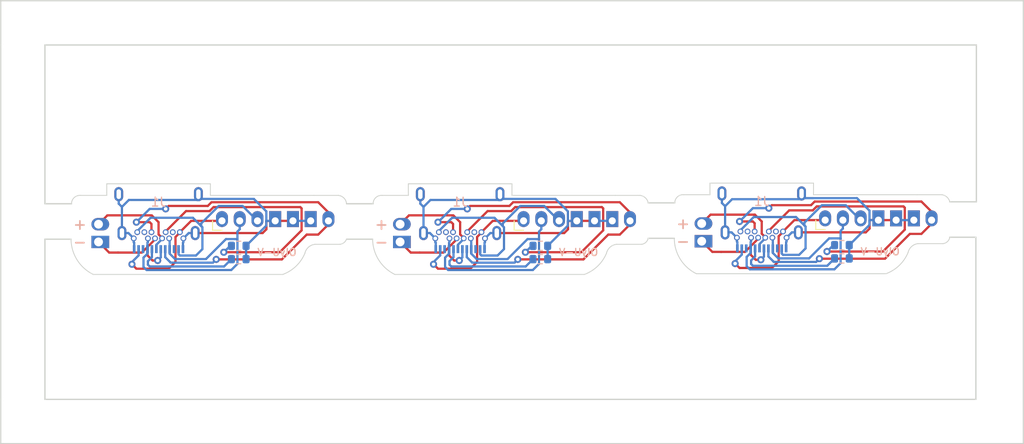
<source format=kicad_pcb>
(kicad_pcb (version 20211014) (generator pcbnew)
  (layers (0 "F.Cu" signal) (31 "B.Cu" signal) (34 "B.Paste" user) (35 "F.Paste" user) (36 "B.SilkS" user "B.Silkscreen") (37 "F.SilkS" user "F.Silkscreen") (38 "B.Mask" user) (39 "F.Mask" user) (44 "Edge.Cuts" user))
  (net 0 "")
  (net 1 "GND")
  (net 2 "3V3")
  (net 3 "VBUS")
  (net 4 "Net-(J1-PadA5)")
  (net 5 "D+")
  (net 6 "D-")
  (net 7 "D3V")
  (net 8 "Net-(J1-PadB5)")
  (net 9 "Net-(J1-PadB3)")
  (net 10 "Net-(J1-PadB10)")
  (net 11 "Net-(J1-PadA3)")
  (net 12 "Net-(J1-PadA10)")
  (net 13 "PhobVision")
  (footprint "Connector_PinHeader_2.00mm:PinHeader_1x07_P2.00mm_Vertical" (layer "F.Cu") (at 7.15 3.35 90)
    (fp_text reference "J2" hide)
    (fp_text value "Conn_01x07")
  )
  (footprint "NPTH" (layer "F.Cu") (at 24.2 3.4)
    (fp_text reference "REF**" hide)
    (fp_text value "NPTH" hide)
  )
  (footprint "NPTH" (layer "F.Cu") (at 55.2 4.3)
    (fp_text reference "REF**" hide)
    (fp_text value "NPTH" hide)
  )
  (footprint "NPTH" (layer "F.Cu") (at 89.2 3.18)
    (fp_text reference "REF**" hide)
    (fp_text value "NPTH" hide)
  )
  (footprint "NPTH" (layer "F.Cu") (at 95.8 23.5 -90)
    (fp_text reference "REF**" hide)
    (fp_text value "NPTH" hide)
  )
  (footprint "NPTH" (layer "F.Cu") (at -9.8 3.4)
    (fp_text reference "REF**" hide)
    (fp_text value "NPTH" hide)
  )
  (footprint "NPTH" (layer "F.Cu") (at -14.3 23.5 90)
    (fp_text reference "REF**" hide)
    (fp_text value "NPTH" hide)
  )
  (footprint "NPTH" (layer "F.Cu") (at -15.3 -16.5 90)
    (fp_text reference "REF**" hide)
    (fp_text value "NPTH" hide)
  )
  (footprint "NPTH" (layer "F.Cu") (at -15.3 23.5 90)
    (fp_text reference "REF**" hide)
    (fp_text value "NPTH" hide)
  )
  (footprint "NPTH" (layer "F.Cu") (at 93.8 -16.5 -90)
    (fp_text reference "REF**" hide)
    (fp_text value "NPTH" hide)
  )
  (footprint "NPTH" (layer "F.Cu") (at 96.8 -16.5 -90)
    (fp_text reference "REF**" hide)
    (fp_text value "NPTH" hide)
  )
  (footprint "NPTH" (layer "F.Cu") (at -13.3 23.5 90)
    (fp_text reference "REF**" hide)
    (fp_text value "NPTH" hide)
  )
  (footprint "NPTH" (layer "F.Cu") (at 96.8 23.5 -90)
    (fp_text reference "REF**" hide)
    (fp_text value "NPTH" hide)
  )
  (footprint "NPTH" (layer "F.Cu") (at 89.2 2.18)
    (fp_text reference "REF**" hide)
    (fp_text value "NPTH" hide)
  )
  (footprint "NPTH" (layer "F.Cu") (at 21.190122 2.4)
    (fp_text reference "REF**" hide)
    (fp_text value "NPTH" hide)
  )
  (footprint "NPTH" (layer "F.Cu") (at -9.8 2.4)
    (fp_text reference "REF**" hide)
    (fp_text value "NPTH" hide)
  )
  (footprint "NPTH" (layer "F.Cu") (at 55.2 2.3)
    (fp_text reference "REF**" hide)
    (fp_text value "NPTH" hide)
  )
  (footprint "NPTH" (layer "F.Cu") (at -12.809878 4.4)
    (fp_text reference "REF**" hide)
    (fp_text value "NPTH" hide)
  )
  (footprint "NPTH" (layer "F.Cu") (at -17.3 -16.5 90)
    (fp_text reference "REF**" hide)
    (fp_text value "NPTH" hide)
  )
  (footprint "NPTH" (layer "F.Cu") (at 58.209878 3.3)
    (fp_text reference "REF**" hide)
    (fp_text value "NPTH" hide)
  )
  (footprint "Connector_PinHeader_2.00mm:PinHeader_1x07_P2.00mm_Vertical" (layer "F.Cu") (at 75.15 3.27 90)
    (fp_text reference "J2" hide)
    (fp_text value "Conn_01x07")
  )
  (footprint "NPTH" (layer "F.Cu") (at -16.3 -16.5 90)
    (fp_text reference "REF**" hide)
    (fp_text value "NPTH" hide)
  )
  (footprint "NPTH" (layer "F.Cu") (at 89.2 4.18)
    (fp_text reference "REF**" hide)
    (fp_text value "NPTH" hide)
  )
  (footprint "NPTH" (layer "F.Cu") (at -9.8 4.4)
    (fp_text reference "REF**" hide)
    (fp_text value "NPTH" hide)
  )
  (footprint "NPTH" (layer "F.Cu") (at -16.3 23.5 90)
    (fp_text reference "REF**" hide)
    (fp_text value "NPTH" hide)
  )
  (footprint "NPTH" (layer "F.Cu") (at 94.8 23.5 -90)
    (fp_text reference "REF**" hide)
    (fp_text value "NPTH" hide)
  )
  (footprint "NPTH" (layer "F.Cu") (at 58.209878 4.3)
    (fp_text reference "REF**" hide)
    (fp_text value "NPTH" hide)
  )
  (footprint "NPTH" (layer "F.Cu") (at 92.209878 3.18)
    (fp_text reference "REF**" hide)
    (fp_text value "NPTH" hide)
  )
  (footprint "NPTH" (layer "F.Cu") (at -14.3 -16.5 90)
    (fp_text reference "REF**" hide)
    (fp_text value "NPTH" hide)
  )
  (footprint "NPTH" (layer "F.Cu") (at 55.2 3.3)
    (fp_text reference "REF**" hide)
    (fp_text value "NPTH" hide)
  )
  (footprint "NPTH" (layer "F.Cu") (at -13.3 -16.5 90)
    (fp_text reference "REF**" hide)
    (fp_text value "NPTH" hide)
  )
  (footprint "NPTH" (layer "F.Cu") (at 92.8 -16.5 -90)
    (fp_text reference "REF**" hide)
    (fp_text value "NPTH" hide)
  )
  (footprint "NPTH" (layer "F.Cu") (at 94.8 -16.5 -90)
    (fp_text reference "REF**" hide)
    (fp_text value "NPTH" hide)
  )
  (footprint "NPTH" (layer "F.Cu") (at 58.209878 2.3)
    (fp_text reference "REF**" hide)
    (fp_text value "NPTH" hide)
  )
  (footprint "NPTH" (layer "F.Cu") (at -12.809878 2.4)
    (fp_text reference "REF**" hide)
    (fp_text value "NPTH" hide)
  )
  (footprint "NPTH" (layer "F.Cu") (at 92.209878 2.18)
    (fp_text reference "REF**" hide)
    (fp_text value "NPTH" hide)
  )
  (footprint "NPTH" (layer "F.Cu") (at 95.8 -16.5 -90)
    (fp_text reference "REF**" hide)
    (fp_text value "NPTH" hide)
  )
  (footprint "NPTH" (layer "F.Cu") (at 24.2 2.4)
    (fp_text reference "REF**" hide)
    (fp_text value "NPTH" hide)
  )
  (footprint "NPTH" (layer "F.Cu") (at 92.8 23.5 -90)
    (fp_text reference "REF**" hide)
    (fp_text value "NPTH" hide)
  )
  (footprint "NPTH" (layer "F.Cu") (at 21.190122 4.4)
    (fp_text reference "REF**" hide)
    (fp_text value "NPTH" hide)
  )
  (footprint "NPTH" (layer "F.Cu") (at 24.2 4.4)
    (fp_text reference "REF**" hide)
    (fp_text value "NPTH" hide)
  )
  (footprint "NPTH" (layer "F.Cu") (at 93.8 23.5 -90)
    (fp_text reference "REF**" hide)
    (fp_text value "NPTH" hide)
  )
  (footprint "NPTH" (layer "F.Cu") (at 92.209878 4.18)
    (fp_text reference "REF**" hide)
    (fp_text value "NPTH" hide)
  )
  (footprint "NPTH" (layer "F.Cu") (at -17.3 23.5 90)
    (fp_text reference "REF**" hide)
    (fp_text value "NPTH" hide)
  )
  (footprint "NPTH" (layer "F.Cu") (at 21.190122 3.4)
    (fp_text reference "REF**" hide)
    (fp_text value "NPTH" hide)
  )
  (footprint "NPTH" (layer "F.Cu") (at -12.809878 3.4)
    (fp_text reference "REF**" hide)
    (fp_text value "NPTH" hide)
  )
  (footprint "Connector_PinHeader_2.00mm:PinHeader_1x07_P2.00mm_Vertical" (layer "F.Cu") (at 41.15 3.35 90)
    (fp_text reference "J2" hide)
    (fp_text value "Conn_01x07")
  )
  (footprint "Model_S:Shou Han Type-C 24P QCHT" (layer "B.Cu") (at 0 -1.5204)
    (fp_text reference "J1")
    (fp_text value "USB_C_Receptacle")
  )
  (footprint "Connector_PinHeader_2.00mm:PinHeader_1x02_P2.00mm_Vertical" (layer "B.Cu") (at -6.77 5.73)
    (fp_text reference "J3" hide)
    (fp_text value "Conn_01x02" hide)
  )
  (footprint "Resistor_SMD:R_0603_1608Metric" (layer "B.Cu") (at 9.04 7.67 180)
    (fp_text reference "R1" hide)
    (fp_text value "5.1k" hide)
  )
  (footprint "Resistor_SMD:R_0603_1608Metric" (layer "B.Cu") (at 9.04 6.17)
    (fp_text reference "R2" hide)
    (fp_text value "5.1k" hide)
  )
  (footprint "Resistor_SMD:R_0603_1608Metric" (layer "B.Cu") (at 43.04 7.67 180)
    (fp_text reference "R1" hide)
    (fp_text value "5.1k" hide)
  )
  (footprint "Connector_PinHeader_2.00mm:PinHeader_1x02_P2.00mm_Vertical" (layer "B.Cu") (at 27.23 5.73)
    (fp_text reference "J3" hide)
    (fp_text value "Conn_01x02" hide)
  )
  (footprint "Resistor_SMD:R_0603_1608Metric" (layer "B.Cu") (at 43.04 6.17)
    (fp_text reference "R2" hide)
    (fp_text value "5.1k" hide)
  )
  (footprint "Resistor_SMD:R_0603_1608Metric" (layer "B.Cu") (at 77.04 6.09)
    (fp_text reference "R2" hide)
    (fp_text value "5.1k" hide)
  )
  (footprint "Resistor_SMD:R_0603_1608Metric" (layer "B.Cu") (at 77.04 7.59 180)
    (fp_text reference "R1" hide)
    (fp_text value "5.1k" hide)
  )
  (footprint "Model_S:Shou Han Type-C 24P QCHT" (layer "B.Cu") (at 68 -1.6004)
    (fp_text reference "J1")
    (fp_text value "USB_C_Receptacle")
  )
  (footprint "Model_S:Shou Han Type-C 24P QCHT" (layer "B.Cu") (at 34 -1.5204)
    (fp_text reference "J1")
    (fp_text value "USB_C_Receptacle")
  )
  (footprint "Connector_PinHeader_2.00mm:PinHeader_1x02_P2.00mm_Vertical" (layer "B.Cu") (at 61.23 5.65)
    (fp_text reference "J3" hide)
    (fp_text value "Conn_01x02" hide)
  )
  (gr_line (start -8.8 0.479642) (end -5.84 0.479642) (layer "Edge.Cuts") (width 0.1))
  (gr_line (start -7.357106 9.4) (end 14 9.4) (layer "Edge.Cuts") (width 0.1))
  (gr_arc (start 16.5 7) (mid 15.501782 8.462273) (end 14 9.4) (layer "Edge.Cuts") (width 0.1))
  (gr_arc (start -7.357106 9.4) (mid -9.178414 7.767165) (end -9.866984 5.42) (layer "Edge.Cuts") (width 0.1))
  (gr_line (start 24.190122 1.42) (end 21.190122 1.42) (layer "Edge.Cuts") (width 0.152))
  (gr_arc (start 26.642894 9.4) (mid 24.821579 7.767169) (end 24.133016 5.42) (layer "Edge.Cuts") (width 0.1))
  (gr_line (start 85.5 0.399642) (end 88.286361 0.399642) (layer "Edge.Cuts") (width 0.1))
  (gr_arc (start 54.286361 0.479642) (mid 54.880148 0.750909) (end 55.2 1.32) (layer "Edge.Cuts") (width 0.1))
  (gr_arc (start 84.5 6.92) (mid 83.501783 8.382274) (end 82 9.32) (layer "Edge.Cuts") (width 0.1))
  (gr_line (start 28.16 -0.830358) (end 39.84 -0.830358) (layer "Edge.Cuts") (width 0.1))
  (gr_line (start 39.84 -0.830358) (end 39.84 0.479642) (layer "Edge.Cuts") (width 0.1))
  (gr_arc (start 60.642894 9.32) (mid 58.819315 7.678487) (end 58.142894 5.32) (layer "Edge.Cuts") (width 0.1))
  (gr_arc (start 24.190122 1.42) (mid 24.487157 0.726547) (end 25.2 0.479642) (layer "Edge.Cuts") (width 0.1))
  (gr_line (start 58.2 1.32) (end 55.2 1.32) (layer "Edge.Cuts") (width 0.152))
  (gr_line (start 58.142894 5.32) (end 55.2 5.32) (layer "Edge.Cuts") (width 0.152))
  (gr_line (start -12.809878 5.42) (end -12.809878 23.5) (layer "Edge.Cuts") (width 0.152))
  (gr_line (start 73.84 -0.910358) (end 73.84 0.399642) (layer "Edge.Cuts") (width 0.1))
  (gr_line (start 51.5 0.479642) (end 54.286361 0.479642) (layer "Edge.Cuts") (width 0.1))
  (gr_arc (start 58.2 1.32) (mid 58.498116 0.640467) (end 59.2 0.399642) (layer "Edge.Cuts") (width 0.1))
  (gr_line (start 59.2 0.399642) (end 62.16 0.399642) (layer "Edge.Cuts") (width 0.1))
  (gr_line (start -12.809878 -16.5) (end 92.2 -16.5) (layer "Edge.Cuts") (width 0.152))
  (gr_arc (start 88.286361 0.399642) (mid 88.868286 0.657008) (end 89.2 1.2) (layer "Edge.Cuts") (width 0.1))
  (gr_line (start 62.16 -0.910358) (end 73.84 -0.910358) (layer "Edge.Cuts") (width 0.1))
  (gr_line (start -17.8 -21.5) (end -17.8 28.5) (layer "Edge.Cuts") (width 0.152))
  (gr_line (start 92.142894 5.2) (end 92.142894 23.5) (layer "Edge.Cuts") (width 0.152))
  (gr_line (start 92.2 1.2) (end 92.2 -16.5) (layer "Edge.Cuts") (width 0.152))
  (gr_line (start 73.84 0.399642) (end 85.5 0.399642) (layer "Edge.Cuts") (width 0.1))
  (gr_line (start -5.84 -0.830358) (end 5.84 -0.830358) (layer "Edge.Cuts") (width 0.1))
  (gr_line (start 28.16 -0.830358) (end 28.16 0.479642) (layer "Edge.Cuts") (width 0.1))
  (gr_line (start 88.429255 5.92) (end 85.642894 5.92) (layer "Edge.Cuts") (width 0.1))
  (gr_line (start 92.142894 5.2) (end 89.2 5.2) (layer "Edge.Cuts") (width 0.152))
  (gr_line (start 5.84 0.479642) (end 17.5 0.479642) (layer "Edge.Cuts") (width 0.1))
  (gr_line (start -5.84 -0.830358) (end -5.84 0.479642) (layer "Edge.Cuts") (width 0.1))
  (gr_arc (start 84.5 6.92) (mid 84.909223 6.234595) (end 85.642894 5.92) (layer "Edge.Cuts") (width 0.1))
  (gr_line (start -17.8 28.5) (end 97.5 28.5) (layer "Edge.Cuts") (width 0.152))
  (gr_line (start 60.642894 9.32) (end 82 9.32) (layer "Edge.Cuts") (width 0.1))
  (gr_arc (start 20.286361 0.479642) (mid 20.907698 0.786959) (end 21.190122 1.42) (layer "Edge.Cuts") (width 0.1))
  (gr_line (start 97.5 28.5) (end 97.5 -21.5) (layer "Edge.Cuts") (width 0.152))
  (gr_line (start 92.2 1.2) (end 89.2 1.2) (layer "Edge.Cuts") (width 0.152))
  (gr_arc (start 50.5 7) (mid 50.909223 6.314595) (end 51.642894 6) (layer "Edge.Cuts") (width 0.1))
  (gr_line (start 20.429255 6) (end 17.642894 6) (layer "Edge.Cuts") (width 0.1))
  (gr_line (start 54.429255 6) (end 51.642894 6) (layer "Edge.Cuts") (width 0.1))
  (gr_line (start -12.809878 1.42) (end -12.809878 -16.5) (layer "Edge.Cuts") (width 0.152))
  (gr_line (start -9.809878 1.42) (end -12.809878 1.42) (layer "Edge.Cuts") (width 0.152))
  (gr_line (start -9.866984 5.42) (end -12.809878 5.42) (layer "Edge.Cuts") (width 0.152))
  (gr_arc (start 50.5 7) (mid 49.501783 8.462274) (end 48 9.4) (layer "Edge.Cuts") (width 0.1))
  (gr_arc (start 21.190122 5.42) (mid 20.892588 5.818751) (end 20.429255 6) (layer "Edge.Cuts") (width 0.1))
  (gr_line (start 26.642894 9.4) (end 48 9.4) (layer "Edge.Cuts") (width 0.1))
  (gr_line (start 97.5 -21.5) (end -17.8 -21.5) (layer "Edge.Cuts") (width 0.152))
  (gr_arc (start 89.2 5.2) (mid 88.937317 5.691337) (end 88.429255 5.92) (layer "Edge.Cuts") (width 0.1))
  (gr_line (start 5.84 -0.830358) (end 5.84 0.479642) (layer "Edge.Cuts") (width 0.1))
  (gr_line (start 17.5 0.479642) (end 20.286361 0.479642) (layer "Edge.Cuts") (width 0.1))
  (gr_arc (start 16.5 7) (mid 16.909223 6.314595) (end 17.642894 6) (layer "Edge.Cuts") (width 0.1))
  (gr_line (start 39.84 0.479642) (end 51.5 0.479642) (layer "Edge.Cuts") (width 0.1))
  (gr_line (start 62.16 -0.910358) (end 62.16 0.399642) (layer "Edge.Cuts") (width 0.1))
  (gr_line (start 24.133016 5.42) (end 21.190122 5.42) (layer "Edge.Cuts") (width 0.152))
  (gr_arc (start 55.2 5.32) (mid 54.925127 5.785245) (end 54.429255 6) (layer "Edge.Cuts") (width 0.1))
  (gr_line (start 25.2 0.479642) (end 28.16 0.479642) (layer "Edge.Cuts") (width 0.1))
  (gr_line (start 92.142894 23.5) (end -12.809878 23.5) (layer "Edge.Cuts") (width 0.152))
  (gr_arc (start -9.809878 1.42) (mid -9.512843 0.726547) (end -8.8 0.479642) (layer "Edge.Cuts") (width 0.1))
  (gr_text "+" (at 59.13 3.65) (layer "B.SilkS") (effects (font (size 1.2 1.2) (thickness 0.2))))
  (gr_text "-" (at 59.13 5.65) (layer "B.SilkS") (effects (font (size 1.2 1.2) (thickness 0.2))))
  (gr_text "OlyU-V" (at 13.35 6.9) (layer "B.SilkS") (effects (font (size 0.8 0.8)) (justify mirror)))
  (gr_text "OlyU-V" (at 81.35 6.82) (layer "B.SilkS") (effects (font (size 0.8 0.8)) (justify mirror)))
  (gr_text "+" (at -8.87 3.73) (layer "B.SilkS") (effects (font (size 1.2 1.2) (thickness 0.2))))
  (gr_text "-" (at 25.13 5.73) (layer "B.SilkS") (effects (font (size 1.2 1.2) (thickness 0.2))))
  (gr_text "OlyU-V" (at 47.35 6.9) (layer "B.SilkS") (effects (font (size 0.8 0.8)) (justify mirror)))
  (gr_text "-" (at -8.87 5.73) (layer "B.SilkS") (effects (font (size 1.2 1.2) (thickness 0.2))))
  (gr_text "+" (at 25.13 3.73) (layer "B.SilkS") (effects (font (size 1.2 1.2) (thickness 0.2))))
  (segment (start 72.13 4.6496) (end 79.7304 4.6496) (width 0.25) (layer "F.Cu") (net 1))
  (segment (start 11.7304 4.7296) (end 12.16 4.3) (width 0.25) (layer "F.Cu") (net 1))
  (segment (start 45.7304 4.7296) (end 46.16 4.3) (width 0.25) (layer "F.Cu") (net 1))
  (segment (start 46.16 4.3) (end 46.16 3.43) (width 0.25) (layer "F.Cu") (net 1))
  (segment (start 46.24 3.35) (end 47.15 3.35) (width 0.25) (layer "F.Cu") (net 1))
  (segment (start 80.24 3.27) (end 81.15 3.27) (width 0.25) (layer "F.Cu") (net 1))
  (segment (start 12.24 3.35) (end 13.15 3.35) (width 0.25) (layer "F.Cu") (net 1))
  (segment (start 4.13 4.7296) (end 11.7304 4.7296) (width 0.25) (layer "F.Cu") (net 1))
  (segment (start 46.16 3.43) (end 46.24 3.35) (width 0.25) (layer "F.Cu") (net 1))
  (segment (start 49.15 3.35) (end 47.15 3.35) (width 0.25) (layer "F.Cu") (net 1))
  (segment (start 15.15 3.35) (end 13.15 3.35) (width 0.25) (layer "F.Cu") (net 1))
  (segment (start 83.15 3.27) (end 81.15 3.27) (width 0.25) (layer "F.Cu") (net 1))
  (segment (start 38.13 4.7296) (end 45.7304 4.7296) (width 0.25) (layer "F.Cu") (net 1))
  (segment (start 80.16 3.35) (end 80.24 3.27) (width 0.25) (layer "F.Cu") (net 1))
  (segment (start 12.16 3.43) (end 12.24 3.35) (width 0.25) (layer "F.Cu") (net 1))
  (segment (start 80.16 4.22) (end 80.16 3.35) (width 0.25) (layer "F.Cu") (net 1))
  (segment (start 12.16 4.3) (end 12.16 3.43) (width 0.25) (layer "F.Cu") (net 1))
  (segment (start 79.7304 4.6496) (end 80.16 4.22) (width 0.25) (layer "F.Cu") (net 1))
  (segment (start 4.49 0.9898) (end 4.6098 0.87) (width 0.25) (layer "B.Cu") (net 1))
  (segment (start 2.75 6.5396) (end 2.75 5.8143) (width 0.25) (layer "B.Cu") (net 1))
  (segment (start 43.865 6.17) (end 43.865 7.67) (width 0.25) (layer "B.Cu") (net 1))
  (segment (start 77.865 6.09) (end 77.865 7.59) (width 0.25) (layer "B.Cu") (net 1))
  (segment (start 80.14 3.3297) (end 80.1997 3.27) (width 0.25) (layer "B.Cu") (net 1))
  (segment (start 17.15 3.35) (end 15.15 3.35) (width 0.25) (layer "B.Cu") (net 1))
  (segment (start 63.51 1.3349) (end 63.87 1.6949) (width 0.25) (layer "B.Cu") (net 1))
  (segment (start 10.74 0.87) (end 12.15 2.28) (width 0.25) (layer "B.Cu") (net 1))
  (segment (start 37.4 4.7296) (end 36.8 5.3296) (width 0.25) (layer "B.Cu") (net 1))
  (segment (start 65.25 6.4596) (end 65.25 5.7343) (width 0.25) (layer "B.Cu") (net 1))
  (segment (start 70.8 5.2496) (end 70.8 5.6843) (width 0.25) (layer "B.Cu") (net 1))
  (segment (start 43.865 6.17) (end 46.14 3.895) (width 0.25) (layer "B.Cu") (net 1))
  (segment (start 30.6551 0.9898) (end 29.87 1.7749) (width 0.25) (layer "B.Cu") (net 1))
  (segment (start 31.25 6.5396) (end 31.25 5.8143) (width 0.25) (layer "B.Cu") (net 1))
  (segment (start 4.49 0.9898) (end -3.3449 0.9898) (width 0.25) (layer "B.Cu") (net 1))
  (segment (start -4.49 1.4149) (end -4.13 1.7749) (width 0.25) (layer "B.Cu") (net 1))
  (segment (start 47.15 3.35) (end 46.1997 3.35) (width 0.25) (layer "B.Cu") (net 1))
  (segment (start 12.15 3.3003) (end 12.1997 3.35) (width 0.25) (layer "B.Cu") (net 1))
  (segment (start -2.75 6.5396) (end -2.75 5.8143) (width 0.25) (layer "B.Cu") (net 1))
  (segment (start 64.6 4.6496) (end 65.2 5.2496) (width 0.25) (layer "B.Cu") (net 1))
  (segment (start 12.15 2.28) (end 12.15 3.3003) (width 0.25) (layer "B.Cu") (net 1))
  (segment (start 13.15 3.35) (end 12.1997 3.35) (width 0.25) (layer "B.Cu") (net 1))
  (segment (start 77.865 6.09) (end 80.14 3.815) (width 0.25) (layer "B.Cu") (net 1))
  (segment (start 80.15 3.2203) (end 80.1997 3.27) (width 0.25) (layer "B.Cu") (net 1))
  (segment (start 38.6098 0.87) (end 44.74 0.87) (width 0.25) (layer "B.Cu") (net 1))
  (segment (start 38.13 4.7296) (end 37.4 4.7296) (width 0.25) (layer "B.Cu") (net 1))
  (segment (start 2.8 5.3296) (end 2.8 5.7643) (width 0.25) (layer "B.Cu") (net 1))
  (segment (start 71.4 4.6496) (end 70.8 5.2496) (width 0.25) (layer "B.Cu") (net 1))
  (segment (start 29.87 4.7296) (end 30.6 4.7296) (width 0.25) (layer "B.Cu") (net 1))
  (segment (start -2.8 5.7643) (end -2.8 5.3296) (width 0.25) (layer "B.Cu") (net 1))
  (segment (start 36.8 5.7643) (end 36.75 5.8143) (width 0.25) (layer "B.Cu") (net 1))
  (segment (start 31.25 5.8143) (end 31.2 5.7643) (width 0.25) (layer "B.Cu") (net 1))
  (segment (start -3.4 4.7296) (end -2.8 5.3296) (width 0.25) (layer "B.Cu") (net 1))
  (segment (start 46.15 3.3003) (end 46.1997 3.35) (width 0.25) (layer "B.Cu") (net 1))
  (segment (start 12.14 3.895) (end 12.14 3.4097) (width 0.25) (layer "B.Cu") (net 1))
  (segment (start 4.49 0.3396) (end 4.49 0.9898) (width 0.25) (layer "B.Cu") (net 1))
  (segment (start 3.4 4.7296) (end 2.8 5.3296) (width 0.25) (layer "B.Cu") (net 1))
  (segment (start 9.865 6.17) (end 12.14 3.895) (width 0.25) (layer "B.Cu") (net 1))
  (segment (start 80.14 3.815) (end 80.14 3.3297) (width 0.25) (layer "B.Cu") (net 1))
  (segment (start -2.75 5.8143) (end -2.8 5.7643) (width 0.25) (layer "B.Cu") (net 1))
  (segment (start 72.49 0.2596) (end 72.49 0.9098) (width 0.25) (layer "B.Cu") (net 1))
  (segment (start -3.3449 0.9898) (end -4.13 1.7749) (width 0.25) (layer "B.Cu") (net 1))
  (segment (start 29.51 0.3396) (end 29.51 1.4149) (width 0.25) (layer "B.Cu") (net 1))
  (segment (start 4.13 4.7296) (end 3.4 4.7296) (width 0.25) (layer "B.Cu") (net 1))
  (segment (start 85.15 3.27) (end 83.15 3.27) (width 0.25) (layer "B.Cu") (net 1))
  (segment (start 46.14 3.4097) (end 46.1997 3.35) (width 0.25) (layer "B.Cu") (net 1))
  (segment (start 78.74 0.79) (end 80.15 2.2) (width 0.25) (layer "B.Cu") (net 1))
  (segment (start 80.15 2.2) (end 80.15 3.2203) (width 0.25) (layer "B.Cu") (net 1))
  (segment (start 63.87 1.6949) (end 63.87 4.6496) (width 0.25) (layer "B.Cu") (net 1))
  (segment (start 65.25 5.7343) (end 65.2 5.6843) (width 0.25) (layer "B.Cu") (net 1))
  (segment (start 36.8 5.3296) (end 36.8 5.7643) (width 0.25) (layer "B.Cu") (net 1))
  (segment (start 44.74 0.87) (end 46.15 2.28) (width 0.25) (layer "B.Cu") (net 1))
  (segment (start 72.49 0.9098) (end 64.6551 0.9098) (width 0.25) (layer "B.Cu") (net 1))
  (segment (start 4.6098 0.87) (end 10.74 0.87) (width 0.25) (layer "B.Cu") (net 1))
  (segment (start 65.2 5.6843) (end 65.2 5.2496) (width 0.25) (layer "B.Cu") (net 1))
  (segment (start 38.49 0.9898) (end 38.6098 0.87) (width 0.25) (layer "B.Cu") (net 1))
  (segment (start -4.13 4.7296) (end -3.4 4.7296) (width 0.25) (layer "B.Cu") (net 1))
  (segment (start 72.6098 0.79) (end 78.74 0.79) (width 0.25) (layer "B.Cu") (net 1))
  (segment (start 46.14 3.895) (end 46.14 3.4097) (width 0.25) (layer "B.Cu") (net 1))
  (segment (start 70.8 5.6843) (end 70.75 5.7343) (width 0.25) (layer "B.Cu") (net 1))
  (segment (start 81.15 3.27) (end 80.1997 3.27) (width 0.25) (layer "B.Cu") (net 1))
  (segment (start 64.6551 0.9098) (end 63.87 1.6949) (width 0.25) (layer "B.Cu") (net 1))
  (segment (start 36.75 6.5396) (end 36.75 5.8143) (width 0.25) (layer "B.Cu") (net 1))
  (segment (start 29.87 1.7749) (end 29.87 4.7296) (width 0.25) (layer "B.Cu") (net 1))
  (segment (start 9.865 6.17) (end 9.865 7.67) (width 0.25) (layer "B.Cu") (net 1))
  (segment (start 72.13 4.6496) (end 71.4 4.6496) (width 0.25) (layer "B.Cu") (net 1))
  (segment (start -4.49 0.3396) (end -4.49 1.4149) (width 0.25) (layer "B.Cu") (net 1))
  (segment (start 31.2 5.7643) (end 31.2 5.3296) (width 0.25) (layer "B.Cu") (net 1))
  (segment (start 38.49 0.3396) (end 38.49 0.9898) (width 0.25) (layer "B.Cu") (net 1))
  (segment (start 63.87 4.6496) (end 64.6 4.6496) (width 0.25) (layer "B.Cu") (net 1))
  (segment (start 51.15 3.35) (end 49.15 3.35) (width 0.25) (layer "B.Cu") (net 1))
  (segment (start 38.49 0.9898) (end 30.6551 0.9898) (width 0.25) (layer "B.Cu") (net 1))
  (segment (start 12.14 3.4097) (end 12.1997 3.35) (width 0.25) (layer "B.Cu") (net 1))
  (segment (start 70.75 6.4596) (end 70.75 5.7343) (width 0.25) (layer "B.Cu") (net 1))
  (segment (start 46.15 2.28) (end 46.15 3.3003) (width 0.25) (layer "B.Cu") (net 1))
  (segment (start 29.51 1.4149) (end 29.87 1.7749) (width 0.25) (layer "B.Cu") (net 1))
  (segment (start -4.13 1.7749) (end -4.13 4.7296) (width 0.25) (layer "B.Cu") (net 1))
  (segment (start 72.49 0.9098) (end 72.6098 0.79) (width 0.25) (layer "B.Cu") (net 1))
  (segment (start 63.51 0.2596) (end 63.51 1.3349) (width 0.25) (layer "B.Cu") (net 1))
  (segment (start 2.8 5.7643) (end 2.75 5.8143) (width 0.25) (layer "B.Cu") (net 1))
  (segment (start 30.6 4.7296) (end 31.2 5.3296) (width 0.25) (layer "B.Cu") (net 1))
  (segment (start 6.1997 3.35) (end 3.6796 3.35) (width 0.25) (layer "F.Cu") (net 2))
  (segment (start 3.6796 3.35) (end 2.4 4.6296) (width 0.25) (layer "F.Cu") (net 2))
  (segment (start 74.1997 3.27) (end 71.6796 3.27) (width 0.25) (layer "F.Cu") (net 2))
  (segment (start 65 8.17) (end 65.5 8.67) (width 0.25) (layer "F.Cu") (net 2))
  (segment (start -2.5 8.75) (end 1.15 8.75) (width 0.25) (layer "F.Cu") (net 2))
  (segment (start 31.5 8.75) (end 35.15 8.75) (width 0.25) (layer "F.Cu") (net 2))
  (segment (start -3 8.25) (end -2.5 8.75) (width 0.25) (layer "F.Cu") (net 2))
  (segment (start 71.6796 3.27) (end 70.4 4.5496) (width 0.25) (layer "F.Cu") (net 2))
  (segment (start 40.1997 3.35) (end 37.6796 3.35) (width 0.25) (layer "F.Cu") (net 2))
  (segment (start 35.15 8.75) (end 35.908 7.992) (width 0.25) (layer "F.Cu") (net 2))
  (segment (start 1.908 5.1708) (end 2.4 4.6788) (width 0.25) (layer "F.Cu") (net 2))
  (segment (start 31 8.25) (end 31.5 8.75) (width 0.25) (layer "F.Cu") (net 2))
  (segment (start 1.908 7.992) (end 1.908 5.1708) (width 0.25) (layer "F.Cu") (net 2))
  (segment (start 36.4 4.6788) (end 36.4 4.6296) (width 0.25) (layer "F.Cu") (net 2))
  (segment (start 65.5 8.67) (end 69.15 8.67) (width 0.25) (layer "F.Cu") (net 2))
  (segment (start 1.15 8.75) (end 1.908 7.992) (width 0.25) (layer "F.Cu") (net 2))
  (segment (start 69.15 8.67) (end 69.908 7.912) (width 0.25) (layer "F.Cu") (net 2))
  (segment (start 70.4 4.5988) (end 70.4 4.5496) (width 0.25) (layer "F.Cu") (net 2))
  (segment (start 7.15 3.35) (end 6.1997 3.35) (width 0.25) (layer "F.Cu") (net 2))
  (segment (start 41.15 3.35) (end 40.1997 3.35) (width 0.25) (layer "F.Cu") (net 2))
  (segment (start 69.908 7.912) (end 69.908 5.0908) (width 0.25) (layer "F.Cu") (net 2))
  (segment (start 35.908 5.1708) (end 36.4 4.6788) (width 0.25) (layer "F.Cu") (net 2))
  (segment (start 69.908 5.0908) (end 70.4 4.5988) (width 0.25) (layer "F.Cu") (net 2))
  (segment (start 37.6796 3.35) (end 36.4 4.6296) (width 0.25) (layer "F.Cu") (net 2))
  (segment (start 2.4 4.6788) (end 2.4 4.6296) (width 0.25) (layer "F.Cu") (net 2))
  (segment (start 35.908 7.992) (end 35.908 5.1708) (width 0.25) (layer "F.Cu") (net 2))
  (segment (start 75.15 3.27) (end 74.1997 3.27) (width 0.25) (layer "F.Cu") (net 2))
  (via (at -3 8.25) (size 0.8) (drill 0.4) (layers "F.Cu" "B.Cu") (net 2))
  (via (at 31 8.25) (size 0.8) (drill 0.4) (layers "F.Cu" "B.Cu") (net 2))
  (via (at 65 8.17) (size 0.8) (drill 0.4) (layers "F.Cu" "B.Cu") (net 2))
  (segment (start -2.25 7.25) (end -2.25 6.5396) (width 0.25) (layer "B.Cu") (net 2))
  (segment (start 31.75 7.25) (end 31.75 6.5396) (width 0.25) (layer "B.Cu") (net 2))
  (segment (start 65 7.92) (end 65.75 7.17) (width 0.25) (layer "B.Cu") (net 2))
  (segment (start 31 8) (end 31.75 7.25) (width 0.25) (layer "B.Cu") (net 2))
  (segment (start -3 8.25) (end -3 8) (width 0.25) (layer "B.Cu") (net 2))
  (segment (start -3 8) (end -2.25 7.25) (width 0.25) (layer "B.Cu") (net 2))
  (segment (start 31 8.25) (end 31 8) (width 0.25) (layer "B.Cu") (net 2))
  (segment (start 65.75 7.17) (end 65.75 6.4596) (width 0.25) (layer "B.Cu") (net 2))
  (segment (start 65 8.17) (end 65 7.92) (width 0.25) (layer "B.Cu") (net 2))
  (segment (start 69.25 6.4596) (end 69.25 6.97) (width 0.25) (layer "B.Cu") (net 3))
  (segment (start 1.8682 7.6682) (end 5.3391 7.6682) (width 0.25) (layer "B.Cu") (net 3))
  (segment (start 73.3391 7.5882) (end 75.5961 5.3312) (width 0.25) (layer "B.Cu") (net 3))
  (segment (start 32.3 7.5) (end 32.3 8.55) (width 0.25) (layer "B.Cu") (net 3))
  (segment (start 66.3 7.42) (end 66.3 8.47) (width 0.25) (layer "B.Cu") (net 3))
  (segment (start 69.25 5.2996) (end 69.25 6.4596) (width 0.25) (layer "B.Cu") (net 3))
  (segment (start 69.8682 7.5882) (end 73.3391 7.5882) (width 0.25) (layer "B.Cu") (net 3))
  (segment (start 75.5961 5.3312) (end 76.8915 5.3312) (width 0.25) (layer "B.Cu") (net 3))
  (segment (start 7.5961 5.4112) (end 8.8915 5.4112) (width 0.25) (layer "B.Cu") (net 3))
  (segment (start 8.8915 8.2043) (end 8.8915 5.4112) (width 0.25) (layer "B.Cu") (net 3))
  (segment (start 9.15 3.35) (end 9.15 4.3003) (width 0.25) (layer "B.Cu") (net 3))
  (segment (start -1.2 5.7643) (end -1.25 5.8143) (width 0.25) (layer "B.Cu") (net 3))
  (segment (start 32.3 8.55) (end 32.65 8.9) (width 0.25) (layer "B.Cu") (net 3))
  (segment (start 32.75 6.1769) (end 32.75 5.8143) (width 0.25) (layer "B.Cu") (net 3))
  (segment (start 8.8915 5.4112) (end 8.8915 4.5588) (width 0.25) (layer "B.Cu") (net 3))
  (segment (start 8.8915 4.5588) (end 9.15 4.3003) (width 0.25) (layer "B.Cu") (net 3))
  (segment (start 1.25 7.05) (end 1.8682 7.6682) (width 0.25) (layer "B.Cu") (net 3))
  (segment (start 32.65 8.9) (end 42.1958 8.9) (width 0.25) (layer "B.Cu") (net 3))
  (segment (start -1.25 7.05) (end -1.7 7.5) (width 0.25) (layer "B.Cu") (net 3))
  (segment (start -1.25 6.1769) (end -1.25 5.8143) (width 0.25) (layer "B.Cu") (net 3))
  (segment (start 76.1958 8.82) (end 76.8915 8.1243) (width 0.25) (layer "B.Cu") (net 3))
  (segment (start 76.8915 4.4788) (end 77.15 4.2203) (width 0.25) (layer "B.Cu") (net 3))
  (segment (start -1.7 7.5) (end -1.7 8.55) (width 0.25) (layer "B.Cu") (net 3))
  (segment (start 32.75 6.5396) (end 32.75 7.05) (width 0.25) (layer "B.Cu") (net 3))
  (segment (start 66.3 8.47) (end 66.65 8.82) (width 0.25) (layer "B.Cu") (net 3))
  (segment (start -1.2 5.3296) (end -1.2 5.7643) (width 0.25) (layer "B.Cu") (net 3))
  (segment (start 69.2 5.2496) (end 69.25 5.2996) (width 0.25) (layer "B.Cu") (net 3))
  (segment (start 77.15 3.27) (end 77.15 4.2203) (width 0.25) (layer "B.Cu") (net 3))
  (segment (start 66.75 6.4596) (end 66.75 6.97) (width 0.25) (layer "B.Cu") (net 3))
  (segment (start 42.1958 8.9) (end 42.8915 8.2043) (width 0.25) (layer "B.Cu") (net 3))
  (segment (start -1.35 8.9) (end 8.1958 8.9) (width 0.25) (layer "B.Cu") (net 3))
  (segment (start 66.75 6.0969) (end 66.75 6.4596) (width 0.25) (layer "B.Cu") (net 3))
  (segment (start 42.8915 5.4112) (end 42.8915 4.5588) (width 0.25) (layer "B.Cu") (net 3))
  (segment (start 76.8915 5.3312) (end 76.8915 4.4788) (width 0.25) (layer "B.Cu") (net 3))
  (segment (start 35.25 7.05) (end 35.8682 7.6682) (width 0.25) (layer "B.Cu") (net 3))
  (segment (start 35.2 5.3296) (end 35.25 5.3796) (width 0.25) (layer "B.Cu") (net 3))
  (segment (start 66.8 5.2496) (end 66.8 5.6843) (width 0.25) (layer "B.Cu") (net 3))
  (segment (start -1.25 6.5396) (end -1.25 7.05) (width 0.25) (layer "B.Cu") (net 3))
  (segment (start 8.1958 8.9) (end 8.8915 8.2043) (width 0.25) (layer "B.Cu") (net 3))
  (segment (start 5.3391 7.6682) (end 7.5961 5.4112) (width 0.25) (layer "B.Cu") (net 3))
  (segment (start 39.3391 7.6682) (end 41.5961 5.4112) (width 0.25) (layer "B.Cu") (net 3))
  (segment (start 69.25 6.97) (end 69.8682 7.5882) (width 0.25) (layer "B.Cu") (net 3))
  (segment (start -1.7 8.55) (end -1.35 8.9) (width 0.25) (layer "B.Cu") (net 3))
  (segment (start 32.8 5.3296) (end 32.8 5.7643) (width 0.25) (layer "B.Cu") (net 3))
  (segment (start 66.75 6.0969) (end 66.75 5.7343) (width 0.25) (layer "B.Cu") (net 3))
  (segment (start 41.5961 5.4112) (end 42.8915 5.4112) (width 0.25) (layer "B.Cu") (net 3))
  (segment (start 1.25 6.5396) (end 1.25 7.05) (width 0.25) (layer "B.Cu") (net 3))
  (segment (start 42.8915 4.5588) (end 43.15 4.3003) (width 0.25) (layer "B.Cu") (net 3))
  (segment (start 35.8682 7.6682) (end 39.3391 7.6682) (width 0.25) (layer "B.Cu") (net 3))
  (segment (start -1.25 6.1769) (end -1.25 6.5396) (width 0.25) (layer "B.Cu") (net 3))
  (segment (start 32.75 7.05) (end 32.3 7.5) (width 0.25) (layer "B.Cu") (net 3))
  (segment (start 42.8915 8.2043) (end 42.8915 5.4112) (width 0.25) (layer "B.Cu") (net 3))
  (segment (start 43.15 3.35) (end 43.15 4.3003) (width 0.25) (layer "B.Cu") (net 3))
  (segment (start 66.65 8.82) (end 76.1958 8.82) (width 0.25) (layer "B.Cu") (net 3))
  (segment (start 35.25 5.3796) (end 35.25 6.5396) (width 0.25) (layer "B.Cu") (net 3))
  (segment (start 1.25 5.3796) (end 1.25 6.5396) (width 0.25) (layer "B.Cu") (net 3))
  (segment (start 76.8915 8.1243) (end 76.8915 5.3312) (width 0.25) (layer "B.Cu") (net 3))
  (segment (start 66.8 5.6843) (end 66.75 5.7343) (width 0.25) (layer "B.Cu") (net 3))
  (segment (start 32.75 6.1769) (end 32.75 6.5396) (width 0.25) (layer "B.Cu") (net 3))
  (segment (start 1.2 5.3296) (end 1.25 5.3796) (width 0.25) (layer "B.Cu") (net 3))
  (segment (start 32.8 5.7643) (end 32.75 5.8143) (width 0.25) (layer "B.Cu") (net 3))
  (segment (start 66.75 6.97) (end 66.3 7.42) (width 0.25) (layer "B.Cu") (net 3))
  (segment (start 35.25 6.5396) (end 35.25 7.05) (width 0.25) (layer "B.Cu") (net 3))
  (segment (start 67 8.42) (end 66.8 8.22) (width 0.25) (layer "B.Cu") (net 4))
  (segment (start 42.215 7.67) (end 41.385 8.5) (width 0.25) (layer "B.Cu") (net 4))
  (segment (start 33.25 7.45) (end 33.25 6.5396) (width 0.25) (layer "B.Cu") (net 4))
  (segment (start 75.385 8.42) (end 67 8.42) (width 0.25) (layer "B.Cu") (net 4))
  (segment (start 67.25 7.37) (end 67.25 6.4596) (width 0.25) (layer "B.Cu") (net 4))
  (segment (start 66.8 7.82) (end 67.25 7.37) (width 0.25) (layer "B.Cu") (net 4))
  (segment (start 32.8 7.9) (end 33.25 7.45) (width 0.25) (layer "B.Cu") (net 4))
  (segment (start -1 8.5) (end -1.2 8.3) (width 0.25) (layer "B.Cu") (net 4))
  (segment (start 32.8 8.3) (end 32.8 7.9) (width 0.25) (layer "B.Cu") (net 4))
  (segment (start 66.8 8.22) (end 66.8 7.82) (width 0.25) (layer "B.Cu") (net 4))
  (segment (start 76.215 7.59) (end 75.385 8.42) (width 0.25) (layer "B.Cu") (net 4))
  (segment (start 41.385 8.5) (end 33 8.5) (width 0.25) (layer "B.Cu") (net 4))
  (segment (start 7.385 8.5) (end -1 8.5) (width 0.25) (layer "B.Cu") (net 4))
  (segment (start 8.215 7.67) (end 7.385 8.5) (width 0.25) (layer "B.Cu") (net 4))
  (segment (start -0.75 7.45) (end -0.75 6.5396) (width 0.25) (layer "B.Cu") (net 4))
  (segment (start -1.2 7.9) (end -0.75 7.45) (width 0.25) (layer "B.Cu") (net 4))
  (segment (start -1.2 8.3) (end -1.2 7.9) (width 0.25) (layer "B.Cu") (net 4))
  (segment (start 33 8.5) (end 32.8 8.3) (width 0.25) (layer "B.Cu") (net 4))
  (segment (start 68.4 5.2004) (end 68 4.8004) (width 0.25) (layer "F.Cu") (net 5))
  (segment (start 34 3.5) (end 33.23 2.73) (width 0.25) (layer "F.Cu") (net 5))
  (segment (start 68 4.8004) (end 68 3.42) (width 0.25) (layer "F.Cu") (net 5))
  (segment (start -0.77 2.73) (end -5.77 2.73) (width 0.25) (layer "F.Cu") (net 5))
  (segment (start 34.4 5.3296) (end 34.4 5.2804) (width 0.25) (layer "F.Cu") (net 5))
  (segment (start 68.4 5.2496) (end 68.4 5.2004) (width 0.25) (layer "F.Cu") (net 5))
  (segment (start 62.23 2.65) (end 61.23 3.65) (width 0.25) (layer "F.Cu") (net 5))
  (segment (start 68 3.42) (end 67.23 2.65) (width 0.25) (layer "F.Cu") (net 5))
  (segment (start 0.4 5.2804) (end 0 4.8804) (width 0.25) (layer "F.Cu") (net 5))
  (segment (start 33.23 2.73) (end 28.23 2.73) (width 0.25) (layer "F.Cu") (net 5))
  (segment (start 0 4.8804) (end 0 3.5) (width 0.25) (layer "F.Cu") (net 5))
  (segment (start 34 4.8804) (end 34 3.5) (width 0.25) (layer "F.Cu") (net 5))
  (segment (start -5.77 2.73) (end -6.77 3.73) (width 0.25) (layer "F.Cu") (net 5))
  (segment (start 0 3.5) (end -0.77 2.73) (width 0.25) (layer "F.Cu") (net 5))
  (segment (start 0.4 5.3296) (end 0.4 5.2804) (width 0.25) (layer "F.Cu") (net 5))
  (segment (start 67.23 2.65) (end 62.23 2.65) (width 0.25) (layer "F.Cu") (net 5))
  (segment (start 28.23 2.73) (end 27.23 3.73) (width 0.25) (layer "F.Cu") (net 5))
  (segment (start 34.4 5.2804) (end 34 4.8804) (width 0.25) (layer "F.Cu") (net 5))
  (segment (start 33.75 6.5396) (end 33.75 6.0503) (width 0.25) (layer "B.Cu") (net 5))
  (segment (start -0.25 6.5396) (end -0.25 6.0503) (width 0.25) (layer "B.Cu") (net 5))
  (segment (start 34.4 5.4003) (end 34.4 5.3296) (width 0.25) (layer "B.Cu") (net 5))
  (segment (start -0.25 6.0503) (end 0.4 5.4003) (width 0.25) (layer "B.Cu") (net 5))
  (segment (start 33.75 6.0503) (end 34.4 5.4003) (width 0.25) (layer "B.Cu") (net 5))
  (segment (start 67.75 5.9703) (end 68.4 5.3203) (width 0.25) (layer "B.Cu") (net 5))
  (segment (start 67.75 6.4596) (end 67.75 5.9703) (width 0.25) (layer "B.Cu") (net 5))
  (segment (start 68.4 5.3203) (end 68.4 5.2496) (width 0.25) (layer "B.Cu") (net 5))
  (segment (start 0.4 5.4003) (end 0.4 5.3296) (width 0.25) (layer "B.Cu") (net 5))
  (segment (start 67.6 5.3681) (end 66.762 6.2061) (width 0.25) (layer "F.Cu") (net 6))
  (segment (start -1.8819 6.93) (end -4.57 6.93) (width 0.25) (layer "F.Cu") (net 6))
  (segment (start -1.238 7.262) (end -1.238 6.2861) (width 0.25) (layer "F.Cu") (net 6))
  (segment (start 33.6 5.4481) (end 32.762 6.2861) (width 0.25) (layer "F.Cu") (net 6))
  (segment (start 32.762 6.2861) (end 32.1181 6.93) (width 0.25) (layer "F.Cu") (net 6))
  (segment (start 32.1181 6.93) (end 29.43 6.93) (width 0.25) (layer "F.Cu") (net 6))
  (segment (start -0.4 5.4481) (end -1.238 6.2861) (width 0.25) (layer "F.Cu") (net 6))
  (segment (start 62.43 6.85) (end 61.23 5.65) (width 0.25) (layer "F.Cu") (net 6))
  (segment (start 29.43 6.93) (end 28.43 6.93) (width 0.25) (layer "F.Cu") (net 6))
  (segment (start 66.762 6.2061) (end 66.1181 6.85) (width 0.25) (layer "F.Cu") (net 6))
  (segment (start 33.3255 7.8255) (end 32.762 7.262) (width 0.25) (layer "F.Cu") (net 6))
  (segment (start 32.762 7.262) (end 32.762 6.2861) (width 0.25) (layer "F.Cu") (net 6))
  (segment (start -5.57 6.93) (end -6.77 5.73) (width 0.25) (layer "F.Cu") (net 6))
  (segment (start 67.6 5.2496) (end 67.6 5.3681) (width 0.25) (layer "F.Cu") (net 6))
  (segment (start -1.238 6.2861) (end -1.8819 6.93) (width 0.25) (layer "F.Cu") (net 6))
  (segment (start 63.43 6.85) (end 62.43 6.85) (width 0.25) (layer "F.Cu") (net 6))
  (segment (start 33.9 7.8255) (end 33.3255 7.8255) (width 0.25) (layer "F.Cu") (net 6))
  (segment (start 66.1181 6.85) (end 63.43 6.85) (width 0.25) (layer "F.Cu") (net 6))
  (segment (start 67.9 7.7455) (end 67.3255 7.7455) (width 0.25) (layer "F.Cu") (net 6))
  (segment (start -4.57 6.93) (end -5.57 6.93) (width 0.25) (layer "F.Cu") (net 6))
  (segment (start -0.4 5.3296) (end -0.4 5.4481) (width 0.25) (layer "F.Cu") (net 6))
  (segment (start -0.6745 7.8255) (end -1.238 7.262) (width 0.25) (layer "F.Cu") (net 6))
  (segment (start 67.3255 7.7455) (end 66.762 7.182) (width 0.25) (layer "F.Cu") (net 6))
  (segment (start 33.6 5.3296) (end 33.6 5.4481) (width 0.25) (layer "F.Cu") (net 6))
  (segment (start -0.1 7.8255) (end -0.6745 7.8255) (width 0.25) (layer "F.Cu") (net 6))
  (segment (start 28.43 6.93) (end 27.23 5.73) (width 0.25) (layer "F.Cu") (net 6))
  (segment (start 66.762 7.182) (end 66.762 6.2061) (width 0.25) (layer "F.Cu") (net 6))
  (via (at -0.1 7.8255) (size 0.8) (drill 0.4) (layers "F.Cu" "B.Cu") (net 6))
  (via (at 33.9 7.8255) (size 0.8) (drill 0.4) (layers "F.Cu" "B.Cu") (net 6))
  (via (at 67.9 7.7455) (size 0.8) (drill 0.4) (layers "F.Cu" "B.Cu") (net 6))
  (segment (start -0.1 7.8255) (end 0.25 7.4755) (width 0.25) (layer "B.Cu") (net 6))
  (segment (start 67.9 7.7455) (end 68.25 7.3955) (width 0.25) (layer "B.Cu") (net 6))
  (segment (start 0.25 7.4755) (end 0.25 6.5396) (width 0.25) (layer "B.Cu") (net 6))
  (segment (start 33.9 7.8255) (end 34.25 7.4755) (width 0.25) (layer "B.Cu") (net 6))
  (segment (start 34.25 7.4755) (end 34.25 6.5396) (width 0.25) (layer "B.Cu") (net 6))
  (segment (start 68.25 7.3955) (end 68.25 6.4596) (width 0.25) (layer "B.Cu") (net 6))
  (segment (start 72.812 3.558) (end 74.78 1.59) (width 0.25) (layer "B.Cu") (net 7))
  (segment (start 33.0994 3) (end 37.8673 3) (width 0.25) (layer "B.Cu") (net 7))
  (segment (start 38.812 3.9447) (end 38.812 3.638) (width 0.25) (layer "B.Cu") (net 7))
  (segment (start 38.9429 4.0757) (end 38.9429 6.5371) (width 0.25) (layer "B.Cu") (net 7))
  (segment (start 31.6 4.6296) (end 31.6 4.4994) (width 0.25) (layer "B.Cu") (net 7))
  (segment (start 70.4 7.1849) (end 70.25 7.0349) (width 0.25) (layer "B.Cu") (net 7))
  (segment (start 36.4 7.2649) (end 36.25 7.1149) (width 0.25) (layer "B.Cu") (net 7))
  (segment (start 4.9429 6.5371) (end 4.2151 7.2649) (width 0.25) (layer "B.Cu") (net 7))
  (segment (start 65.6 4.5496) (end 65.6 4.4194) (width 0.25) (layer "B.Cu") (net 7))
  (segment (start 74.78 1.59) (end 77.47 1.59) (width 0.25) (layer "B.Cu") (net 7))
  (segment (start 38.812 3.638) (end 40.78 1.67) (width 0.25) (layer "B.Cu") (net 7))
  (segment (start 36.25 7.1149) (end 36.25 6.5396) (width 0.25) (layer "B.Cu") (net 7))
  (segment (start 4.812 3.9447) (end 4.812 3.638) (width 0.25) (layer "B.Cu") (net 7))
  (segment (start 38.2151 7.2649) (end 36.4 7.2649) (width 0.25) (layer "B.Cu") (net 7))
  (segment (start 72.2151 7.1849) (end 70.4 7.1849) (width 0.25) (layer "B.Cu") (net 7))
  (segment (start 65.6 4.4194) (end 67.0994 2.92) (width 0.25) (layer "B.Cu") (net 7))
  (segment (start 40.78 1.67) (end 43.47 1.67) (width 0.25) (layer "B.Cu") (net 7))
  (segment (start 4.812 3.9447) (end 4.9429 4.0757) (width 0.25) (layer "B.Cu") (net 7))
  (segment (start 72.9429 6.4571) (end 72.2151 7.1849) (width 0.25) (layer "B.Cu") (net 7))
  (segment (start 4.2151 7.2649) (end 2.4 7.2649) (width 0.25) (layer "B.Cu") (net 7))
  (segment (start 2.25 7.1149) (end 2.25 6.5396) (width 0.25) (layer "B.Cu") (net 7))
  (segment (start 71.8673 2.92) (end 72.812 3.8647) (width 0.25) (layer "B.Cu") (net 7))
  (segment (start 43.47 1.67) (end 45.15 3.35) (width 0.25) (layer "B.Cu") (net 7))
  (segment (start 72.9429 3.9957) (end 72.9429 6.4571) (width 0.25) (layer "B.Cu") (net 7))
  (segment (start 38.9429 6.5371) (end 38.2151 7.2649) (width 0.25) (layer "B.Cu") (net 7))
  (segment (start 2.4 7.2649) (end 2.25 7.1149) (width 0.25) (layer "B.Cu") (net 7))
  (segment (start 3.8673 3) (end 4.812 3.9447) (width 0.25) (layer "B.Cu") (net 7))
  (segment (start 72.812 3.8647) (end 72.812 3.558) (width 0.25) (layer "B.Cu") (net 7))
  (segment (start -0.9006 3) (end 3.8673 3) (width 0.25) (layer "B.Cu") (net 7))
  (segment (start 4.9429 4.0757) (end 4.9429 6.5371) (width 0.25) (layer "B.Cu") (net 7))
  (segment (start 72.812 3.8647) (end 72.9429 3.9957) (width 0.25) (layer "B.Cu") (net 7))
  (segment (start 37.8673 3) (end 38.812 3.9447) (width 0.25) (layer "B.Cu") (net 7))
  (segment (start -2.4 4.4994) (end -0.9006 3) (width 0.25) (layer "B.Cu") (net 7))
  (segment (start 38.812 3.9447) (end 38.9429 4.0757) (width 0.25) (layer "B.Cu") (net 7))
  (segment (start 67.0994 2.92) (end 71.8673 2.92) (width 0.25) (layer "B.Cu") (net 7))
  (segment (start 4.812 3.638) (end 6.78 1.67) (width 0.25) (layer "B.Cu") (net 7))
  (segment (start 31.6 4.4994) (end 33.0994 3) (width 0.25) (layer "B.Cu") (net 7))
  (segment (start 70.25 7.0349) (end 70.25 6.4596) (width 0.25) (layer "B.Cu") (net 7))
  (segment (start 77.47 1.59) (end 79.15 3.27) (width 0.25) (layer "B.Cu") (net 7))
  (segment (start 9.47 1.67) (end 11.15 3.35) (width 0.25) (layer "B.Cu") (net 7))
  (segment (start 6.78 1.67) (end 9.47 1.67) (width 0.25) (layer "B.Cu") (net 7))
  (segment (start -2.4 4.6296) (end -2.4 4.4994) (width 0.25) (layer "B.Cu") (net 7))
  (segment (start 37.0927 2.25) (end 39.75 2.25) (width 0.25) (layer "F.Cu") (net 8))
  (segment (start 13.6585 6.8915) (end 7.3545 6.8915) (width 0.25) (layer "F.Cu") (net 8))
  (segment (start 34.8 4.6296) (end 34.8 4.5427) (width 0.25) (layer "F.Cu") (net 8))
  (segment (start 49.98 1.8) (end 50.125 1.945) (width 0.25) (layer "F.Cu") (net 8))
  (segment (start 16.125 4.425) (end 13.6585 6.8915) (width 0.25) (layer "F.Cu") (net 8))
  (segment (start 50.125 1.945) (end 50.125 4.425) (width 0.25) (layer "F.Cu") (net 8))
  (segment (start 68.8 4.5496) (end 68.8 4.4627) (width 0.25) (layer "F.Cu") (net 8))
  (segment (start 16.125 1.945) (end 16.125 4.425) (width 0.25) (layer "F.Cu") (net 8))
  (segment (start 0.8 4.6296) (end 0.8 4.5427) (width 0.25) (layer "F.Cu") (net 8))
  (segment (start 15.98 1.8) (end 16.125 1.945) (width 0.25) (layer "F.Cu") (net 8))
  (segment (start 84.125 4.345) (end 81.6585 6.8115) (width 0.25) (layer "F.Cu") (net 8))
  (segment (start 40.2 1.8) (end 49.98 1.8) (width 0.25) (layer "F.Cu") (net 8))
  (segment (start 50.125 4.425) (end 47.6585 6.8915) (width 0.25) (layer "F.Cu") (net 8))
  (segment (start 83.98 1.72) (end 84.125 1.865) (width 0.25) (layer "F.Cu") (net 8))
  (segment (start 0.8 4.5427) (end 3.0927 2.25) (width 0.25) (layer "F.Cu") (net 8))
  (segment (start 47.6585 6.8915) (end 41.3545 6.8915) (width 0.25) (layer "F.Cu") (net 8))
  (segment (start 81.6585 6.8115) (end 75.3545 6.8115) (width 0.25) (layer "F.Cu") (net 8))
  (segment (start 3.0927 2.25) (end 5.75 2.25) (width 0.25) (layer "F.Cu") (net 8))
  (segment (start 5.75 2.25) (end 6.2 1.8) (width 0.25) (layer "F.Cu") (net 8))
  (segment (start 73.75 2.17) (end 74.2 1.72) (width 0.25) (layer "F.Cu") (net 8))
  (segment (start 71.0927 2.17) (end 73.75 2.17) (width 0.25) (layer "F.Cu") (net 8))
  (segment (start 6.2 1.8) (end 15.98 1.8) (width 0.25) (layer "F.Cu") (net 8))
  (segment (start 84.125 1.865) (end 84.125 4.345) (width 0.25) (layer "F.Cu") (net 8))
  (segment (start 39.75 2.25) (end 40.2 1.8) (width 0.25) (layer "F.Cu") (net 8))
  (segment (start 68.8 4.4627) (end 71.0927 2.17) (width 0.25) (layer "F.Cu") (net 8))
  (segment (start 74.2 1.72) (end 83.98 1.72) (width 0.25) (layer "F.Cu") (net 8))
  (segment (start 34.8 4.5427) (end 37.0927 2.25) (width 0.25) (layer "F.Cu") (net 8))
  (via (at 75.3545 6.8115) (size 0.8) (drill 0.4) (layers "F.Cu" "B.Cu") (net 8))
  (via (at 7.3545 6.8915) (size 0.8) (drill 0.4) (layers "F.Cu" "B.Cu") (net 8))
  (via (at 41.3545 6.8915) (size 0.8) (drill 0.4) (layers "F.Cu" "B.Cu") (net 8))
  (segment (start 76.215 6.09) (end 76.076 6.09) (width 0.25) (layer "B.Cu") (net 8))
  (segment (start 76.076 6.09) (end 75.3545 6.8115) (width 0.25) (layer "B.Cu") (net 8))
  (segment (start 8.215 6.17) (end 8.076 6.17) (width 0.25) (layer "B.Cu") (net 8))
  (segment (start 42.076 6.17) (end 41.3545 6.8915) (width 0.25) (layer "B.Cu") (net 8))
  (segment (start 42.215 6.17) (end 42.076 6.17) (width 0.25) (layer "B.Cu") (net 8))
  (segment (start 8.076 6.17) (end 7.3545 6.8915) (width 0.25) (layer "B.Cu") (net 8))
  (segment (start 16.7 4.9) (end 18 4.9) (width 0.25) (layer "F.Cu") (net 13))
  (segment (start 50.7 4.9) (end 52 4.9) (width 0.25) (layer "F.Cu") (net 13))
  (segment (start 19.15 3.75) (end 19.15 3.35) (width 0.25) (layer "F.Cu") (net 13))
  (segment (start 6.5 7.7) (end 13.9 7.7) (width 0.25) (layer "F.Cu") (net 13))
  (segment (start 18 1.25) (end 19.15 2.4) (width 0.25) (layer "F.Cu") (net 13))
  (segment (start 67.2 4.5496) (end 67.2 3.62) (width 0.25) (layer "F.Cu") (net 13))
  (segment (start 5.967157 1.25) (end 18 1.25) (width 0.25) (layer "F.Cu") (net 13))
  (segment (start 84.7 4.82) (end 86 4.82) (width 0.25) (layer "F.Cu") (net 13))
  (segment (start 73.967157 1.17) (end 86 1.17) (width 0.25) (layer "F.Cu") (net 13))
  (segment (start 33.2 4.6296) (end 33.2 3.7) (width 0.25) (layer "F.Cu") (net 13))
  (segment (start 0.8 2) (end 1.1357 1.6643) (width 0.25) (layer "F.Cu") (net 13))
  (segment (start -1 3.5) (end -2.5 3.5) (width 0.25) (layer "F.Cu") (net 13))
  (segment (start 19.15 2.4) (end 19.15 3.35) (width 0.25) (layer "F.Cu") (net 13))
  (segment (start 52 4.9) (end 53.15 3.75) (width 0.25) (layer "F.Cu") (net 13))
  (segment (start 67.2 3.62) (end 67 3.42) (width 0.25) (layer "F.Cu") (net 13))
  (segment (start 53.15 2.4) (end 53.15 3.35) (width 0.25) (layer "F.Cu") (net 13))
  (segment (start 40.5 7.7) (end 47.9 7.7) (width 0.25) (layer "F.Cu") (net 13))
  (segment (start 87.15 2.32) (end 87.15 3.27) (width 0.25) (layer "F.Cu") (net 13))
  (segment (start 69.1357 1.5843) (end 73.552857 1.5843) (width 0.25) (layer "F.Cu") (net 13))
  (segment (start 53.15 3.75) (end 53.15 3.35) (width 0.25) (layer "F.Cu") (net 13))
  (segment (start 34.8 2) (end 35.1357 1.6643) (width 0.25) (layer "F.Cu") (net 13))
  (segment (start 1.1357 1.6643) (end 5.552857 1.6643) (width 0.25) (layer "F.Cu") (net 13))
  (segment (start 18 4.9) (end 19.15 3.75) (width 0.25) (layer "F.Cu") (net 13))
  (segment (start 39.552857 1.6643) (end 39.967157 1.25) (width 0.25) (layer "F.Cu") (net 13))
  (segment (start 74.5 7.62) (end 81.9 7.62) (width 0.25) (layer "F.Cu") (net 13))
  (segment (start 5.552857 1.6643) (end 5.967157 1.25) (width 0.25) (layer "F.Cu") (net 13))
  (segment (start 73.552857 1.5843) (end 73.967157 1.17) (width 0.25) (layer "F.Cu") (net 13))
  (segment (start 13.9 7.7) (end 16.7 4.9) (width 0.25) (layer "F.Cu") (net 13))
  (segment (start 87.15 3.67) (end 87.15 3.27) (width 0.25) (layer "F.Cu") (net 13))
  (segment (start 35.1357 1.6643) (end 39.552857 1.6643) (width 0.25) (layer "F.Cu") (net 13))
  (segment (start 67 3.42) (end 65.5 3.42) (width 0.25) (layer "F.Cu") (net 13))
  (segment (start -0.8 3.7) (end -1 3.5) (width 0.25) (layer "F.Cu") (net 13))
  (segment (start 86 1.17) (end 87.15 2.32) (width 0.25) (layer "F.Cu") (net 13))
  (segment (start 68.8 1.92) (end 69.1357 1.5843) (width 0.25) (layer "F.Cu") (net 13))
  (segment (start 47.9 7.7) (end 50.7 4.9) (width 0.25) (layer "F.Cu") (net 13))
  (segment (start 81.9 7.62) (end 84.7 4.82) (width 0.25) (layer "F.Cu") (net 13))
  (segment (start 33.2 3.7) (end 33 3.5) (width 0.25) (layer "F.Cu") (net 13))
  (segment (start 52 1.25) (end 53.15 2.4) (width 0.25) (layer "F.Cu") (net 13))
  (segment (start 33 3.5) (end 31.5 3.5) (width 0.25) (layer "F.Cu") (net 13))
  (segment (start 86 4.82) (end 87.15 3.67) (width 0.25) (layer "F.Cu") (net 13))
  (segment (start -0.8 4.6296) (end -0.8 3.7) (width 0.25) (layer "F.Cu") (net 13))
  (segment (start 39.967157 1.25) (end 52 1.25) (width 0.25) (layer "F.Cu") (net 13))
  (via (at 31.5 3.5) (size 0.8) (drill 0.4) (layers "F.Cu" "B.Cu") (net 13))
  (via (at 40.5 7.7) (size 0.8) (drill 0.4) (layers "F.Cu" "B.Cu") (net 13))
  (via (at 65.5 3.42) (size 0.8) (drill 0.4) (layers "F.Cu" "B.Cu") (net 13))
  (via (at 68.8 1.92) (size 0.8) (drill 0.4) (layers "F.Cu" "B.Cu") (net 13))
  (via (at 0.8 2) (size 0.8) (drill 0.4) (layers "F.Cu" "B.Cu") (net 13))
  (via (at 34.8 2) (size 0.8) (drill 0.4) (layers "F.Cu" "B.Cu") (net 13))
  (via (at -2.5 3.5) (size 0.8) (drill 0.4) (layers "F.Cu" "B.Cu") (net 13))
  (via (at 6.5 7.7) (size 0.8) (drill 0.4) (layers "F.Cu" "B.Cu") (net 13))
  (via (at 74.5 7.62) (size 0.8) (drill 0.4) (layers "F.Cu" "B.Cu") (net 13))
  (segment (start 0.8 2) (end -1 2) (width 0.25) (layer "B.Cu") (net 13))
  (segment (start 0.75 7.45) (end 1.3 8) (width 0.25) (layer "B.Cu") (net 13))
  (segment (start 68.8 1.92) (end 67 1.92) (width 0.25) (layer "B.Cu") (net 13))
  (segment (start 35.3682 8.0682) (end 40.1318 8.0682) (width 0.25) (layer "B.Cu") (net 13))
  (segment (start 0.75 6.5396) (end 0.75 7.45) (width 0.25) (layer "B.Cu") (net 13))
  (segment (start 1.3 8) (end 1.3682 8.0682) (width 0.25) (layer "B.Cu") (net 13))
  (segment (start 69.3682 7.9882) (end 74.1318 7.9882) (width 0.25) (layer "B.Cu") (net 13))
  (segment (start 74.1318 7.9882) (end 74.5 7.62) (width 0.25) (layer "B.Cu") (net 13))
  (segment (start 35.3 8) (end 35.3682 8.0682) (width 0.25) (layer "B.Cu") (net 13))
  (segment (start 1.3682 8.0682) (end 6.1318 8.0682) (width 0.25) (layer "B.Cu") (net 13))
  (segment (start -1 2) (end -2.5 3.5) (width 0.25) (layer "B.Cu") (net 13))
  (segment (start 40.1318 8.0682) (end 40.5 7.7) (width 0.25) (layer "B.Cu") (net 13))
  (segment (start 34.75 6.5396) (end 34.75 7.45) (width 0.25) (layer "B.Cu") (net 13))
  (segment (start 34.8 2) (end 33 2) (width 0.25) (layer "B.Cu") (net 13))
  (segment (start 69.3 7.92) (end 69.3682 7.9882) (width 0.25) (layer "B.Cu") (net 13))
  (segment (start 33 2) (end 31.5 3.5) (width 0.25) (layer "B.Cu") (net 13))
  (segment (start 68.75 7.37) (end 69.3 7.92) (width 0.25) (layer "B.Cu") (net 13))
  (segment (start 68.75 6.4596) (end 68.75 7.37) (width 0.25) (layer "B.Cu") (net 13))
  (segment (start 6.1318 8.0682) (end 6.5 7.7) (width 0.25) (layer "B.Cu") (net 13))
  (segment (start 34.75 7.45) (end 35.3 8) (width 0.25) (layer "B.Cu") (net 13))
  (segment (start 67 1.92) (end 65.5 3.42) (width 0.25) (layer "B.Cu") (net 13))
)
</source>
